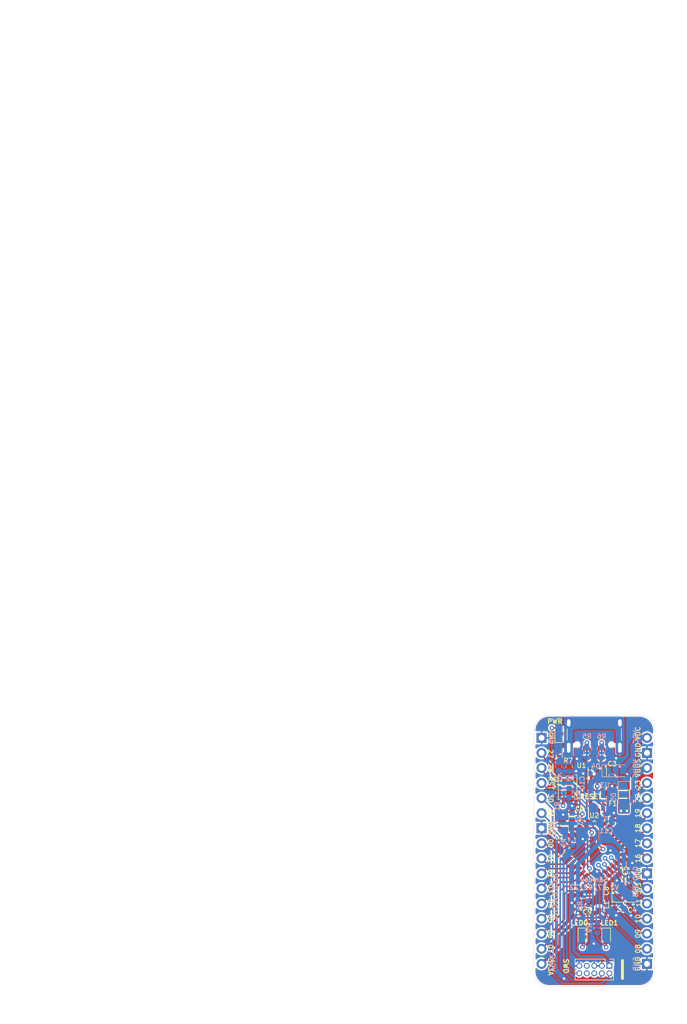
<source format=kicad_pcb>
(kicad_pcb (version 20211014) (generator pcbnew)
  (layers (0 "F.Cu" signal) (1 "In1.Cu" signal) (2 "In2.Cu" signal) (31 "B.Cu" signal) (34 "B.Paste" user) (35 "F.Paste" user) (36 "B.SilkS" user "B.Silkscreen") (37 "F.SilkS" user "F.Silkscreen") (38 "B.Mask" user) (39 "F.Mask" user) (44 "Edge.Cuts" user))
  (net 0 "")
  (net 1 "GND")
  (net 2 "SWDIO")
  (net 3 "SWCLK")
  (net 4 "+3V3")
  (net 5 "+3.3VA")
  (net 6 "/PA28")
  (net 7 "/PA27")
  (net 8 "USB_D+")
  (net 9 "USB_D-")
  (net 10 "/PA23")
  (net 11 "/PA22")
  (net 12 "/PA19")
  (net 13 "/PA18")
  (net 14 "/PA17")
  (net 15 "/PA16")
  (net 16 "VBUS")
  (net 17 "/PA11")
  (net 18 "/PA10")
  (net 19 "/PA09")
  (net 20 "/PA08")
  (net 21 "/PA07")
  (net 22 "/PA06")
  (net 23 "/PA05")
  (net 24 "/PA04")
  (net 25 "/PA03")
  (net 26 "/PA02")
  (net 27 "/PA01")
  (net 28 "/PA00")
  (net 29 "VDC")
  (net 30 "/SHIELD")
  (net 31 "VCC")
  (net 32 "/VDDCORE")
  (net 33 "/~{RESET}")
  (net 34 "Net-(C4-Pad1)")
  (net 35 "Net-(C5-Pad1)")
  (net 40 "Net-(J2-PadA5)")
  (net 42 "Net-(J2-PadB5)")
  (net 43 "Net-(R1-Pad1)")
  (net 45 "/ESD_USB_D-")
  (net 46 "/ESD_USB_D+")
  (net 47 "/VBUS_In")
  (net 48 "Net-(D1-Pad1)")
  (net 49 "Net-(D2-Pad2)")
  (net 50 "Net-(D3-Pad2)")
  (footprint "Connector_PinHeader_1.27mm:PinHeader_2x05_P1.27mm_Vertical" (layer "F.Cu") (at 92.55 139.875 -90)
    (fp_text reference "J1" hide)
    (fp_text value "Conn_ARM_JTAG_SWD_10")
  )
  (footprint "Package_QFP:TQFP-32_7x7mm_P0.8mm" (layer "F.Cu") (at 90 120.5 45)
    (fp_text reference "U2")
    (fp_text value "ATSAMD21E17D-A")
  )
  (footprint "Capacitor_SMD:C_0603_1608Metric" (layer "F.Cu") (at 86.25 114.75 -90)
    (fp_text reference "C6")
    (fp_text value "1u 16V")
  )
  (footprint "Connector_USB:USB_C_Receptacle_XKB_U262-16XN-4BVC11" (layer "F.Cu") (at 90 100 180)
    (fp_text reference "J2" hide)
    (fp_text value "USB_C_Receptacle_USB2.0")
  )
  (footprint "Package_TO_SOT_SMD:SOT-23-6" (layer "F.Cu") (at 90.5 107.25 90)
    (fp_text reference "U1")
    (fp_text value "USBLC6-2SC6")
  )
  (footprint "LED_SMD:LED_0603_1608Metric" (layer "F.Cu") (at 88 135 -90)
    (fp_text reference "D2" hide)
    (fp_text value "LED0")
  )
  (footprint "Capacitor_SMD:C_0603_1608Metric" (layer "F.Cu") (at 96.412033 124.282072 90)
    (fp_text reference "C5")
    (fp_text value "18p")
  )
  (footprint "Resistor_SMD:R_0603_1608Metric" (layer "F.Cu") (at 84.1 104.5 -90)
    (fp_text reference "R7")
    (fp_text value "2k2")
  )
  (footprint "Capacitor_SMD:C_0603_1608Metric" (layer "F.Cu") (at 90 127.25)
    (fp_text reference "C8")
    (fp_text value "100n")
  )
  (footprint "Button_Switch_SMD:SW_Push_SPST_NO_Alps_SKRK" (layer "F.Cu") (at 85.5 109.75 90)
    (fp_text reference "SW1" hide)
    (fp_text value "RESET")
  )
  (footprint "Capacitor_SMD:C_0805_2012Metric" (layer "F.Cu") (at 88.25 129.25 180)
    (fp_text reference "C9")
    (fp_text value "10u 16V")
  )
  (footprint "Resistor_SMD:R_1206_3216Metric" (layer "F.Cu") (at 95 111 90)
    (fp_text reference "F1")
    (fp_text value "750mA")
  )
  (footprint "LED_SMD:LED_0603_1608Metric" (layer "F.Cu") (at 84.1 100.75 90)
    (fp_text reference "D1" hide)
    (fp_text value "PWR")
  )
  (footprint "LED_SMD:LED_0603_1608Metric" (layer "F.Cu") (at 92 135 -90)
    (fp_text reference "D3" hide)
    (fp_text value "LED1")
  )
  (footprint "Inductor_SMD:L_0603_1608Metric" (layer "F.Cu") (at 90.75 129.75 90)
    (fp_text reference "L1")
    (fp_text value "330R @ 100MHz")
  )
  (footprint "Crystal:Crystal_SMD_3225-4Pin_3.2x2.5mm" (layer "F.Cu") (at 95 127.5)
    (fp_text reference "Y1")
    (fp_text value "8MHz")
  )
  (footprint "Capacitor_SMD:C_0603_1608Metric" (layer "F.Cu") (at 84.75 116.25 -90)
    (fp_text reference "C7")
    (fp_text value "100n")
  )
  (footprint "Capacitor_SMD:C_0603_1608Metric" (layer "F.Cu") (at 93 107.75 90)
    (fp_text reference "C3")
    (fp_text value "100n")
  )
  (footprint "Capacitor_SMD:C_0603_1608Metric" (layer "F.Cu") (at 94.25 130.25 180)
    (fp_text reference "C4")
    (fp_text value "18p")
  )
  (footprint "Capacitor_SMD:C_0603_1608Metric" (layer "B.Cu") (at 85.75 110.75 90)
    (fp_text reference "C2")
    (fp_text value "100n")
  )
  (footprint "Connector_PinHeader_2.54mm_More:PinHeader_1x01_P2.54mm_Vertical_Square" (layer "B.Cu") (at 98.89 103.99 180)
    (fp_text reference "J20" hide)
    (fp_text value "Conn_01x01_Male")
  )
  (footprint "Resistor_SMD:R_0603_1608Metric" (layer "B.Cu") (at 85.75 106.25 -90)
    (fp_text reference "R2")
    (fp_text value "1M")
  )
  (footprint "Resistor_SMD:R_0603_1608Metric" (layer "B.Cu") (at 86.25 118.75 -90)
    (fp_text reference "R4")
    (fp_text value "1k")
  )
  (footprint "Connector_PinHeader_2.54mm_More:PinHeader_1x01_P2.54mm_Vertical_Square" (layer "B.Cu") (at 81.11 101.45 180)
    (fp_text reference "J3" hide)
    (fp_text value "Conn_01x01_Male")
  )
  (footprint "Connector_PinHeader_2.54mm_More:PinHeader_1x01_P2.54mm_Vertical_Round" (layer "B.Cu") (at 98.89 129.39 180)
    (fp_text reference "J30" hide)
    (fp_text value "Conn_01x01_Male")
  )
  (footprint "Capacitor_SMD:C_0805_2012Metric" (layer "B.Cu") (at 92 115.5)
    (fp_text reference "C11")
    (fp_text value "10u 16V")
  )
  (footprint "Connector_PinHeader_2.54mm_More:PinHeader_1x01_P2.54mm_Vertical_Round" (layer "B.Cu") (at 81.11 131.93 180)
    (fp_text reference "J15" hide)
    (fp_text value "Conn_01x01_Male")
  )
  (footprint "Resistor_SMD:R_0603_1608Metric" (layer "B.Cu") (at 88.907934 129.75 -90)
    (fp_text reference "R8")
    (fp_text value "2k2")
  )
  (footprint "Connector_PinHeader_2.54mm_More:PinHeader_1x01_P2.54mm_Vertical_Round" (layer "B.Cu") (at 98.89 114.15 180)
    (fp_text reference "J24" hide)
    (fp_text value "Conn_01x01_Male")
  )
  (footprint "Connector_PinHeader_2.54mm_More:PinHeader_1x01_P2.54mm_Vertical_Round" (layer "B.Cu") (at 98.89 106.53 180)
    (fp_text reference "J21" hide)
    (fp_text value "Conn_01x01_Male")
  )
  (footprint "Connector_PinHeader_2.54mm_More:PinHeader_1x01_P2.54mm_Vertical_Round" (layer "B.Cu") (at 81.11 126.85 180)
    (fp_text reference "J13" hide)
    (fp_text value "Conn_01x01_Male")
  )
  (footprint "Connector_PinHeader_2.54mm_More:PinHeader_1x01_P2.54mm_Vertical_Square" (layer "B.Cu") (at 81.11 116.69 180)
    (fp_text reference "J9" hide)
    (fp_text value "Conn_01x01_Male")
  )
  (footprint "Connector_PinHeader_2.54mm_More:PinHeader_1x01_P2.54mm_Vertical_Round" (layer "B.Cu") (at 81.11 106.53 180)
    (fp_text reference "J5" hide)
    (fp_text value "Conn_01x01_Male")
  )
  (footprint "Connector_PinHeader_2.54mm_More:PinHeader_1x01_P2.54mm_Vertical_Round" (layer "B.Cu") (at 98.89 131.93 180)
    (fp_text reference "J31" hide)
    (fp_text value "Conn_01x01_Male")
  )
  (footprint "Capacitor_SMD:C_0603_1608Metric" (layer "B.Cu") (at 89.25 108.25 90)
    (fp_text reference "C10")
    (fp_text value "1u 16V")
  )
  (footprint "Connector_PinHeader_2.54mm_More:PinHeader_1x01_P2.54mm_Vertical_Round" (layer "B.Cu") (at 98.89 109.07 180)
    (fp_text reference "J22" hide)
    (fp_text value "Conn_01x01_Male")
  )
  (footprint "Resistor_SMD:R_0603_1608Metric" (layer "B.Cu") (at 86.25 115 90)
    (fp_text reference "R3")
    (fp_text value "2k2")
  )
  (footprint "Connector_PinHeader_2.54mm_More:PinHeader_1x01_P2.54mm_Vertical_Round" (layer "B.Cu") (at 81.11 111.61 180)
    (fp_text reference "J7" hide)
    (fp_text value "Conn_01x01_Male")
  )
  (footprint "Connector_PinHeader_2.54mm_More:PinHeader_1x01_P2.54mm_Vertical_Round" (layer "B.Cu") (at 98.89 116.69 180)
    (fp_text reference "J25" hide)
    (fp_text value "Conn_01x01_Male")
  )
  (footprint "Connector_PinHeader_2.54mm_More:PinHeader_1x01_P2.54mm_Vertical_Round" (layer "B.Cu") (at 98.89 119.23 180)
    (fp_text reference "J26" hide)
    (fp_text value "Conn_01x01_Male")
  )
  (footprint "Connector_PinHeader_2.54mm_More:PinHeader_1x01_P2.54mm_Vertical_Round" (layer "B.Cu") (at 81.11 139.55 180)
    (fp_text reference "J18" hide)
    (fp_text value "Conn_01x01_Male")
  )
  (footprint "Connector_PinHeader_2.54mm_More:PinHeader_1x01_P2.54mm_Vertical_Round" (layer "B.Cu") (at 98.89 134.47 180)
    (fp_text reference "J32" hide)
    (fp_text value "Conn_01x01_Male")
  )
  (footprint "Resistor_SMD:R_0603_1608Metric" (layer "B.Cu") (at 91.25 104 -90)
    (fp_text reference "R6")
    (fp_text value "5k1")
  )
  (footprint "Connector_PinHeader_2.54mm_More:PinHeader_1x01_P2.54mm_Vertical_Round" (layer "B.Cu") (at 81.11 137.01 180)
    (fp_text reference "J17" hide)
    (fp_text value "Conn_01x01_Male")
  )
  (footprint "Resistor_SMD:R_0603_1608Metric" (layer "B.Cu") (at 90.5 133.5 -90)
    (fp_text reference "R9")
    (fp_text value "2k2")
  )
  (footprint "Diode_SMD:D_SOD-123F" (layer "B.Cu") (at 95 111 -90)
    (fp_text reference "D5")
    (fp_text value "PMEG2010EH")
  )
  (footprint "Resistor_SMD:R_0603_1608Metric" (layer "B.Cu") (at 88.75 104 -90)
    (fp_text reference "R5")
    (fp_text value "5k1")
  )
  (footprint "Connector_PinHeader_2.54mm_More:PinHeader_1x01_P2.54mm_Vertical_Round" (layer "B.Cu") (at 81.11 103.99 180)
    (fp_text reference "J4" hide)
    (fp_text value "Conn_01x01_Male")
  )
  (footprint "Diode_SMD:D_SOD-123F" (layer "B.Cu") (at 93.5 107)
    (fp_text reference "D4")
    (fp_text value "PMEG2010EH")
  )
  (footprint "Connector_PinHeader_2.54mm_More:PinHeader_1x01_P2.54mm_Vertical_Round" (layer "B.Cu") (at 98.89 111.61 180)
    (fp_text reference "J23" hide)
    (fp_text value "Conn_01x01_Male")
  )
  (footprint "Connector_PinHeader_2.54mm_More:PinHeader_1x01_P2.54mm_Vertical_Round" (layer "B.Cu") (at 81.11 129.39 180)
    (fp_text reference "J14" hide)
    (fp_text value "Conn_01x01_Male")
  )
  (footprint "Package_TO_SOT_SMD:SOT-23-5" (layer "B.Cu") (at 90.5 112 -90)
    (fp_text reference "U3")
    (fp_text value "TLV73333PDBV")
  )
  (footprint "Connector_PinHeader_2.54mm_More:PinHeader_1x01_P2.54mm_Vertical_Round" (layer "B.Cu") (at 81.11 119.23 180)
    (fp_text reference "J10" hide)
    (fp_text value "Conn_01x01_Male")
  )
  (footprint "Capacitor_SMD:C_0603_1608Metric" (layer "B.Cu") (at 84 106.25 -90)
    (fp_text reference "C1")
    (fp_text value "4n7")
  )
  (footprint "Connector_PinHeader_2.54mm_More:PinHeader_1x01_P2.54mm_Vertical_Round" (layer "B.Cu") (at 81.11 109.07 180)
    (fp_text reference "J6" hide)
    (fp_text value "Conn_01x01_Male")
  )
  (footprint "Resistor_SMD:R_0603_1608Metric" (layer "B.Cu") (at 84 110.75 90)
    (fp_text reference "R1")
    (fp_text value "330R")
  )
  (footprint "Connector_PinHeader_2.54mm_More:PinHeader_1x01_P2.54mm_Vertical_Round" (layer "B.Cu") (at 81.11 114.15 180)
    (fp_text reference "J8" hide)
    (fp_text value "Conn_01x01_Male")
  )
  (footprint "Connector_PinHeader_2.54mm_More:PinHeader_1x01_P2.54mm_Vertical_Square" (layer "B.Cu") (at 98.89 139.55 180)
    (fp_text reference "J34" hide)
    (fp_text value "Conn_01x01_Male")
  )
  (footprint "Connector_PinHeader_2.54mm_More:PinHeader_1x01_P2.54mm_Vertical_Round" (layer "B.Cu") (at 81.11 134.47 180)
    (fp_text reference "J16" hide)
    (fp_text value "Conn_01x01_Male")
  )
  (footprint "Connector_PinHeader_2.54mm_More:PinHeader_1x01_P2.54mm_Vertical_Round" (layer "B.Cu") (at 81.11 121.77 180)
    (fp_text reference "J11" hide)
    (fp_text value "Conn_01x01_Male")
  )
  (footprint "Connector_PinHeader_2.54mm_More:PinHeader_1x01_P2.54mm_Vertical_Round" (layer "B.Cu") (at 98.89 101.45 180)
    (fp_text reference "J19" hide)
    (fp_text value "Conn_01x01_Male")
  )
  (footprint "Connector_PinHeader_2.54mm_More:PinHeader_1x01_P2.54mm_Vertical_Square" (layer "B.Cu") (at 98.89 124.31 180)
    (fp_text reference "J28" hide)
    (fp_text value "Conn_01x01_Male")
  )
  (footprint "Connector_PinHeader_2.54mm_More:PinHeader_1x01_P2.54mm_Vertical_Round" (layer "B.Cu") (at 98.89 137.01 180)
    (fp_text reference "J33" hide)
    (fp_text value "Conn_01x01_Male")
  )
  (footprint "Connector_PinHeader_2.54mm_More:PinHeader_1x01_P2.54mm_Vertical_Round" (layer "B.Cu") (at 81.11 124.31 180)
    (fp_text reference "J12" hide)
    (fp_text value "Conn_01x01_Male")
  )
  (footprint "Connector_PinHeader_2.54mm_More:PinHeader_1x01_P2.54mm_Vertical_Round" (layer "B.Cu") (at 98.89 126.85 180)
    (fp_text reference "J29" hide)
    (fp_text value "Conn_01x01_Male")
  )
  (footprint "Connector_PinHeader_2.54mm_More:PinHeader_1x01_P2.54mm_Vertical_Round" (layer "B.Cu") (at 98.89 121.77 180)
    (fp_text reference "J27" hide)
    (fp_text value "Conn_01x01_Male")
  )
  (gr_line (start 94.75 139) (end 94.75 142) (layer "F.SilkS") (width 0.5))
  (gr_line (start 79.84 140.82) (end 79.84 100.18) (layer "Edge.Cuts") (width 0.05))
  (gr_line (start 97.62 143.36) (end 82.38 143.36) (layer "Edge.Cuts") (width 0.05))
  (gr_arc (start 82.38 143.36) (mid 80.583949 142.616051) (end 79.84 140.82) (layer "Edge.Cuts") (width 0.05))
  (gr_line (start 82.38 97.64) (end 97.62 97.64) (layer "Edge.Cuts") (width 0.05))
  (gr_arc (start 100.16 140.82) (mid 99.416051 142.616051) (end 97.62 143.36) (layer "Edge.Cuts") (width 0.05))
  (gr_line (start 100.16 100.18) (end 100.16 140.82) (layer "Edge.Cuts") (width 0.05))
  (gr_arc (start 97.62 97.64) (mid 99.416051 98.383949) (end 100.16 100.18) (layer "Edge.Cuts") (width 0.05))
  (gr_arc (start 79.84 100.18) (mid 80.583949 98.383949) (end 82.38 97.64) (layer "Edge.Cuts") (width 0.05))
  (gr_text "Samdev\nV2 17/02/22" (at 90 126) (layer "B.SilkS") (effects (font (size 0.8 0.8) (thickness 0.18)) (justify mirror)))
  (gr_text "GND" (at 96.985 124.31 90) (layer "B.SilkS") (effects (font (size 0.8 0.8)) (justify mirror)))
  (gr_text "GND" (at 83.015 116.69 90) (layer "B.SilkS") (effects (font (size 0.8 0.8)) (justify mirror)))
  (gr_text "GND" (at 96.985 139.55 90) (layer "B.SilkS") (effects (font (size 0.8 0.8)) (justify mirror)))
  (gr_text "GND" (at 83.015 101.323 90) (layer "B.SilkS") (effects (font (size 0.8 0.8)) (justify mirror)))
  (gr_text "VDC" (at 96.985 101.323 90) (layer "B.SilkS") (effects (font (size 0.8 0.8)) (justify mirror)))
  (gr_text "3V3A" (at 83.015 139.423 90) (layer "B.SilkS") (effects (font (size 0.8 0.8)) (justify mirror)))
  (gr_text "3V3" (at 96.985 127.231 90) (layer "B.SilkS") (effects (font (size 0.8 0.8)) (justify mirror)))
  (gr_text "VBUS" (at 96.985 106.657 90) (layer "B.SilkS") (effects (font (size 0.8 0.8)) (justify mirror)))
  (gr_text "JLCJLCJLCJLC" (at 83.396 128.247 90) (layer "B.SilkS") (effects (font (size 0.8 0.8)) (justify mirror)))
  (gr_text "07" (at 82.634 137.01 270) (layer "F.SilkS") (effects (font (size 0.8 0.8))))
  (gr_text "18" (at 97.366 116.69 90) (layer "F.SilkS") (effects (font (size 0.8 0.8))))
  (gr_text "31" (at 82.634 114.15 -90) (layer "F.SilkS") (effects (font (size 0.8 0.8))))
  (gr_text "02" (at 82.634 124.31 270) (layer "F.SilkS") (effects (font (size 0.8 0.8))))
  (gr_text "11" (at 97.493 129.263 90) (layer "F.SilkS") (effects (font (size 0.7 0.7) (thickness 0.135))))
  (gr_text "LED0" (at 87.46 132.66) (layer "F.SilkS") (effects (font (size 0.8 0.8) (thickness 0.18))))
  (gr_text "GND" (at 97.493 124.31 90) (layer "F.SilkS") (effects (font (size 0.65 0.65) (thickness 0.13))))
  (gr_text "23" (at 97.366 109.324 90) (layer "F.SilkS") (effects (font (size 0.8 0.8))))
  (gr_text "06" (at 82.634 134.47 270) (layer "F.SilkS") (effects (font (size 0.8 0.8))))
  (gr_text "GND" (at 97.366 103.482 90) (layer "F.SilkS") (effects (font (size 0.8 0.8))))
  (gr_text "17" (at 97.366 119.23 90) (layer "F.SilkS") (effects (font (size 0.8 0.8))))
  (gr_text "28" (at 82.634 106.53 270) (layer "F.SilkS") (effects (font (size 0.8 0.8))))
  (gr_text "19" (at 97.366 114.15 90) (layer "F.SilkS") (effects (font (size 0.8 0.8))))
  (gr_text "SWD" (at 85.223604 139.915652 270) (layer "F.SilkS") (effects (font (size 0.8 0.8) (thickness 0.18))))
  (gr_text "27" (at 82.634 104.117 270) (layer "F.SilkS") (effects (font (size 0.8 0.8))))
  (gr_text "GND" (at 82.634 101.45 270) (layer "F.SilkS") (effects (font (size 0.65 0.65) (thickness 0.13))))
  (gr_text "LED1" (at 92.54 132.66) (layer "F.SilkS") (effects (font (size 0.8 0.8) (thickness 0.18))))
  (gr_text "30" (at 82.634 111.61 -90) (layer "F.SilkS") (effects (font (size 0.8 0.8))))
  (gr_text "~{RST}" (at 82.634 109.07 270) (layer "F.SilkS") (effects (font (size 0.8 0.8))))
  (gr_text "RESET" (at 89.41 111.36) (layer "F.SilkS") (effects (font (size 0.8 0.8) (thickness 0.18))))
  (gr_text "00" (at 82.634 119.23 270) (layer "F.SilkS") (effects (font (size 0.8 0.8))))
  (gr_text "04" (at 82.634 129.39 270) (layer "F.SilkS") (effects (font (size 0.8 0.8))))
  (gr_text "16" (at 97.366 121.77 90) (layer "F.SilkS") (effects (font (size 0.8 0.8))))
  (gr_text "01" (at 82.634 121.77 270) (layer "F.SilkS") (effects (font (size 0.8 0.8))))
  (gr_text "VBUS" (at 97.366 106.53 90) (layer "F.SilkS") (effects (font (size 0.8 0.8))))
  (gr_text "3V3" (at 97.493 126.85 90) (layer "F.SilkS") (effects (font (size 0.7 0.7) (thickness 0.135))))
  (gr_text "GND" (at 97.366 139.55 90) (layer "F.SilkS") (effects (font (size 0.8 0.8))))
  (gr_text "05" (at 82.634 131.93 270) (layer "F.SilkS") (effects (font (size 0.8 0.8))))
  (gr_text "22" (at 97.366 111.61 90) (layer "F.SilkS") (effects (font (size 0.8 0.8))))
  (gr_text "PWR" (at 83.362282 98.667974) (layer "F.SilkS") (effects (font (size 0.8 0.8) (thickness 0.18))))
  (gr_text "03" (at 82.634 126.85 270) (layer "F.SilkS") (effects (font (size 0.8 0.8))))
  (gr_text "VDC" (at 97.366 100.688 90) (layer "F.SilkS") (effects (font (size 0.8 0.8))))
  (gr_text "3V3A" (at 82.634 140.058 270) (layer "F.SilkS") (effects (font (size 0.8 0.8))))
  (gr_text "GND" (at 82.634 116.69 270) (layer "F.SilkS") (effects (font (size 0.8 0.8))))
  (gr_text "08" (at 97.366 137.01 90) (layer "F.SilkS") (effects (font (size 0.8 0.8))))
  (gr_text "10" (at 97.366 131.93 90) (layer "F.SilkS") (effects (font (size 0.8 0.8))))
  (gr_text "09" (at 97.366 134.47 90) (layer "F.SilkS") (effects (font (size 0.8 0.8))))
  (segment (start 90.502481 109.601205) (end 90.502481 108.389981) (width 0.4) (layer "F.Cu") (net 1))
  (segment (start 84.75 114.391214) (end 84.75 115.238648) (width 0.75) (layer "F.Cu") (net 1))
  (segment (start 93.696223 131.367193) (end 93.475 131.14597) (width 0.75) (layer "F.Cu") (net 1))
  (segment (start 96.1 128.769233) (end 96.1 128.35) (width 0.75) (layer "F.Cu") (net 1))
  (segment (start 88.362189 127.838494) (end 88.950683 127.25) (width 0.5) (layer "F.Cu") (net 1))
  (segment (start 90.656795 123.985222) (end 91.59099 124.919417) (width 0.5) (layer "F.Cu") (net 1))
  (segment (start 88.063962 117.998276) (end 87.277639 117.211953) (width 0.5) (layer "F.Cu") (net 1))
  (segment (start 93 109.6) (end 93 108.525) (width 0.5) (layer "F.Cu") (net 1))
  (segment (start 86.189362 129.266326) (end 86.205688 129.25) (width 0.5) (layer "F.Cu") (net 1))
  (segment (start 90.449806 123.985222) (end 90.656795 123.985222) (width 0.5) (layer "F.Cu") (net 1))
  (segment (start 96.588572 129.257805) (end 96.1 128.769233) (width 0.75) (layer "F.Cu") (net 1))
  (segment (start 86.25 112.925688) (end 86.25 113.975) (width 0.75) (layer "F.Cu") (net 1))
  (segment (start 96.408644 122.55558) (end 96.412033 122.558969) (width 0.75) (layer "F.Cu") (net 1))
  (segment (start 93.799712 125.511835) (end 93.799712 126.549712) (width 0.75) (layer "F.Cu") (net 1))
  (segment (start 81.11 116.69) (end 81.11 116.954229) (width 0.25) (layer "F.Cu") (net 1))
  (segment (start 86.205688 129.25) (end 87.3 129.25) (width 0.5) (layer "F.Cu") (net 1))
  (segment (start 86.256323 112.919365) (end 86.25 112.925688) (width 0.75) (layer "F.Cu") (net 1))
  (segment (start 93.799712 126.549712) (end 93.9 126.65) (width 0.75) (layer "F.Cu") (net 1))
  (segment (start 96.412033 122.558969) (end 96.412033 123.507072) (width 0.75) (layer "F.Cu") (net 1))
  (segment (start 93.475 131.14597) (end 93.475 130.25) (width 0.75) (layer "F.Cu") (net 1))
  (segment (start 88.950683 127.25) (end 89.225 127.25) (width 0.5) (layer "F.Cu") (net 1))
  (segment (start 88.063962 118.508605) (end 88.063962 117.998276) (width 0.5) (layer "F.Cu") (net 1))
  (segment (start 96.588572 129.520257) (end 96.588572 129.257805) (width 0.75) (layer "F.Cu") (net 1))
  (segment (start 84.746412 114.387626) (end 84.75 114.391214) (width 0.75) (layer "F.Cu") (net 1))
  (via (at 93.696223 131.367193) (size 0.8) (drill 0.4) (layers "F.Cu" "B.Cu") (net 1))
  (via (at 86.189362 129.266326) (size 0.8) (drill 0.4) (layers "F.Cu" "B.Cu") (net 1))
  (via (at 93.304479 114.120379) (size 0.8) (drill 0.4) (layers "F.Cu" "B.Cu") (net 1))
  (via (at 96.193102 131.393894) (size 0.8) (drill 0.4) (layers "F.Cu" "B.Cu") (net 1))
  (via (at 92.723064 120.448384) (size 0.8) (drill 0.4) (layers "F.Cu" "B.Cu") (net 1))
  (via (at 87.074602 104.980843) (size 0.8) (drill 0.4) (layers "F.Cu" "B.Cu") (net 1))
  (via (at 88.063962 118.508605) (size 0.8) (drill 0.4) (layers "F.Cu" "B.Cu") (net 1))
  (via (at 96.408644 122.55558) (size 0.8) (drill 0.4) (layers "F.Cu" "B.Cu") (net 1))
  (via (at 88.362189 127.838494) (size 0.8) (drill 0.4) (layers "F.Cu" "B.Cu") (net 1))
  (via (at 86.256323 112.919365) (size 0.8) (drill 0.4) (layers "F.Cu" "B.Cu") (net 1))
  (via (at 90.449806 123.985222) (size 0.8) (drill 0.4) (layers "F.Cu" "B.Cu") (net 1))
  (via (at 93.682066 104.880861) (size 0.8) (drill 0.4) (layers "F.Cu" "B.Cu") (net 1))
  (via (at 96.588572 129.520257) (size 0.8) (drill 0.4) (layers "F.Cu" "B.Cu") (net 1))
  (via (at 90.502481 109.601205) (size 0.8) (drill 0.4) (layers "F.Cu" "B.Cu") (net 1))
  (via (at 93 109.6) (size 0.8) (drill 0.4) (layers "F.Cu" "B.Cu") (net 1))
  (via (at 84.746412 114.387626) (size 0.8) (drill 0.4) (layers "F.Cu" "B.Cu") (net 1))
  (via (at 89.917307 136.127624) (size 0.8) (drill 0.4) (layers "F.Cu" "B.Cu") (net 1))
  (via (at 84.900944 142.032837) (size 0.8) (drill 0.4) (layers "F.Cu" "B.Cu") (net 1))
  (via (at 93.799712 125.511835) (size 0.8) (drill 0.4) (layers "F.Cu" "B.Cu") (net 1))
  (via (at 88.130882 107.472454) (size 0.8) (drill 0.4) (layers "F.Cu" "B.Cu") (net 1))
  (via (at 86.932317 107.07096) (size 0.8) (drill 0.4) (layers "F.Cu" "B.Cu") (net 1))
  (segment (start 84.299412 107.074412) (end 85.749412 107.074412) (width 0.5) (layer "B.Cu") (net 1))
  (segment (start 84.25 107.025) (end 84.299412 107.074412) (width 0.5) (layer "B.Cu") (net 1))
  (segment (start 86.437421 107.075) (end 85.75 107.075) (width 0.5) (layer "B.Cu") (net 1))
  (segment (start 93.304479 114.120379) (end 92.95 114.474858) (width 0.5) (layer "B.Cu") (net 1))
  (segment (start 86.441461 107.07096) (end 86.437421 107.075) (width 0.5) (layer "B.Cu") (net 1))
  (segment (start 90.502481 109.601205) (end 90.502481 110.860019) (width 0.4) (layer "B.Cu") (net 1))
  (segment (start 81.364 101.45) (end 81.11 101.45) (width 0.8128) (layer "B.Cu") (net 1))
  (segment (start 88.130882 107.472454) (end 88.997454 107.472454) (width 0.5) (layer "B.Cu") (net 1))
  (segment (start 86.932317 107.07096) (end 86.441461 107.07096) (width 0.5) (layer "B.Cu") (net 1))
  (segment (start 88.997454 107.472454) (end 89 107.475) (width 0.5) (layer "B.Cu") (net 1))
  (segment (start 90.502481 110.860019) (end 90.5 110.8625) (width 0.4) (layer "B.Cu") (net 1))
  (segment (start 88.746358 104.828642) (end 88.75 104.825) (width 0.5) (layer "B.Cu") (net 1))
  (segment (start 92.95 114.474858) (end 92.95 115.5) (width 0.5) (layer "B.Cu") (net 1))
  (segment (start 85.749412 107.074412) (end 85.75 107.075) (width 0.5) (layer "B.Cu") (net 1))
  (segment (start 85.014897 119.474695) (end 84.528586 118.988384) (width 0.25) (layer "F.Cu") (net 2))
  (segment (start 84.528586 118.988384) (end 84.311995 118.988384) (width 0.25) (layer "F.Cu") (net 2))
  (segment (start 82.430069 117.106458) (end 82.430069 115.470069) (width 0.25) (layer "F.Cu") (net 2))
  (segment (start 82.430069 115.470069) (end 81.11 114.15) (width 0.25) (layer "F.Cu") (net 2))
  (segment (start 84.770202 119.23) (end 85.014897 119.474695) (width 0.25) (layer "F.Cu") (net 2))
  (segment (start 84.311995 118.988384) (end 82.430069 117.106458) (width 0.25) (layer "F.Cu") (net 2))
  (segment (start 81.11 114.15) (end 82.424618 115.464618) (width 0.25) (layer "B.Cu") (net 2))
  (segment (start 92.55 141.579818) (end 92.55 141.145) (width 0.25) (layer "B.Cu") (net 2))
  (segment (start 84.588479 142.838479) (end 91.291339 142.838479) (width 0.25) (layer "B.Cu") (net 2))
  (segment (start 82.424618 115.464618) (end 82.424618 117.799228) (width 0.25) (layer "B.Cu") (net 2))
  (segment (start 83 141.25) (end 84.588479 142.838479) (width 0.25) (layer "B.Cu") (net 2))
  (segment (start 82.424618 117.799228) (end 83 118.37461) (width 0.25) (layer "B.Cu") (net 2))
  (segment (start 91.291339 142.838479) (end 92.55 141.579818) (width 0.25) (layer "B.Cu") (net 2))
  (segment (start 81.11 114.15) (end 81.11 114.709328) (width 0.25) (layer "B.Cu") (net 2))
  (segment (start 83 118.37461) (end 83 141.25) (width 0.25) (layer "B.Cu") (net 2))
  (segment (start 82.953761 116.816666) (end 82.953761 113.453761) (width 0.25) (layer "F.Cu") (net 3))
  (segment (start 82.953761 113.453761) (end 81.11 111.61) (width 0.25) (layer "F.Cu") (net 3))
  (segment (start 85.580583 118.90901) (end 84.762114 118.090541) (width 0.25) (layer "F.Cu") (net 3))
  (segment (start 84.762114 118.090541) (end 84.227636 118.090541) (width 0.25) (layer "F.Cu") (net 3))
  (segment (start 84.227636 118.090541) (end 82.953761 116.816666) (width 0.25) (layer "F.Cu") (net 3))
  (segment (start 83.002391 116.84154) (end 83.002391 113.502391) (width 0.25) (layer "B.Cu") (net 3))
  (segment (start 83.002391 113.502391) (end 81.11 111.61) (width 0.25) (layer "B.Cu") (net 3))
  (segment (start 86.25 119.575) (end 84.325 119.575) (width 0.25) (layer "B.Cu") (net 3))
  (segment (start 84.325 119.575) (end 84.25 119.5) (width 0.25) (layer "B.Cu") (net 3))
  (segment (start 84.25 119.5) (end 84.25 118.089149) (width 0.25) (layer "B.Cu") (net 3))
  (segment (start 84.25 118.089149) (end 83.002391 116.84154) (width 0.25) (layer "B.Cu") (net 3))
  (segment (start 90.640786 142.217799) (end 86.217799 142.217799) (width 0.25) (layer "B.Cu") (net 3))
  (segment (start 91.28 141.145) (end 91.28 141.578585) (width 0.25) (layer "B.Cu") (net 3))
  (segment (start 84.25 140.25) (end 84.25 119.5) (width 0.25) (layer "B.Cu") (net 3))
  (segment (start 91.28 141.578585) (end 90.640786 142.217799) (width 0.25) (layer "B.Cu") (net 3))
  (segment (start 86.217799 142.217799) (end 84.25 140.25) (width 0.25) (layer "B.Cu") (net 3))
  (segment (start 84.827944 117.025) (end 86.146268 118.343324) (width 0.5) (layer "F.Cu") (net 4))
  (segment (start 83.7995 116.235212) (end 84.589288 117.025) (width 0.6) (layer "F.Cu") (net 4))
  (segment (start 84.589288 117.025) (end 84.75 117.025) (width 0.6) (layer "F.Cu") (net 4))
  (segment (start 87.25 131) (end 90.2875 131) (width 0.75) (layer "F.Cu") (net 4))
  (segment (start 83.918681 99.781181) (end 84.1 99.9625) (width 0.25) (layer "F.Cu") (net 4))
  (segment (start 84.75 117.025) (end 84.827944 117.025) (width 0.5) (layer "F.Cu") (net 4))
  (segment (start 82.848103 99.781181) (end 83.918681 99.781181) (width 0.25) (layer "F.Cu") (net 4))
  (segment (start 90.2875 131) (end 90.75 130.5375) (width 0.75) (layer "F.Cu") (net 4))
  (via (at 87.25 131) (size 0.8) (drill 0.4) (layers "F.Cu" "B.Cu") (net 4))
  (via (at 83.7995 116.235212) (size 0.8) (drill 0.4) (layers "F.Cu" "B.Cu") (net 4))
  (via (at 82.848103 99.781181) (size 0.8) (drill 0.4) (layers "F.Cu" "B.Cu") (net 4))
  (segment (start 91.378274 138.347091) (end 92.55 139.518817) (width 0.5) (layer "B.Cu") (net 4))
  (segment (start 84.134712 115.9) (end 90.65 115.9) (width 0.6) (layer "B.Cu") (net 4))
  (segment (start 83.450234 108.454246) (end 86.449727 108.454246) (width 0.25) (layer "B.Cu") (net 4))
  (segment (start 92.55 139.518817) (end 92.55 139.875) (width 0.5) (layer "B.Cu") (net 4))
  (segment (start 91.167101 118.809371) (end 91.167101 115.617101) (width 0.75) (layer "B.Cu") (net 4))
  (segment (start 86.25 117.925) (end 86.25 115.825) (width 0.75) (layer "B.Cu") (net 4))
  (segment (start 82.848752 99.78183) (end 82.848752 107.852764) (width 0.25) (layer "B.Cu") (net 4))
  (segment (start 86.569377 131.680623) (end 86.569377 137.332708) (width 0.5) (layer "B.Cu") (net 4))
  (segment (start 98.89 126.85) (end 98.471154 126.85) (width 0.75) (layer "B.Cu") (net 4))
  (segment (start 87.25 131) (end 87.25 122.726472) (width 0.75) (layer "B.Cu") (net 4))
  (segment (start 94.992332 123.371178) (end 94.992332 120.485845) (width 0.75) (layer "B.Cu") (net 4))
  (segment (start 87.736227 109.740746) (end 87.736227 111.690578) (width 0.25) (layer "B.Cu") (net 4))
  (segment (start 86.449727 108.454246) (end 87.736227 109.740746) (width 0.25) (layer "B.Cu") (net 4))
  (segment (start 87.736227 111.690578) (end 89.183149 113.1375) (width 0.25) (layer "B.Cu") (net 4))
  (segment (start 91.190546 115.640546) (end 91.05 115.5) (width 0.75) (layer "B.Cu") (net 4))
  (segment (start 82.848752 107.852764) (end 83.450234 108.454246) (width 0.25) (layer "B.Cu") (net 4))
  (segment (start 89.183149 113.1375) (end 89.55 113.1375) (width 0.25) (layer "B.Cu") (net 4))
  (segment (start 90.65 115.9) (end 91.05 115.5) (width 0.6) (layer "B.Cu") (net 4))
  (segment (start 87.25 122.726472) (end 91.167101 118.809371) (width 0.75) (layer "B.Cu") (net 4))
  (segment (start 91.167101 115.617101) (end 91.05 115.5) (width 0.75) (layer "B.Cu") (net 4))
  (segment (start 91.190546 116.684059) (end 91.190546 115.640546) (width 0.75) (layer "B.Cu") (net 4))
  (segment (start 87.25 131) (end 86.569377 131.680623) (width 0.5) (layer "B.Cu") (net 4))
  (segment (start 82.848103 99.781181) (end 82.848752 99.78183) (width 0.25) (layer "B.Cu") (net 4))
  (segment (start 86.569377 137.332708) (end 87.58376 138.347091) (width 0.5) (layer "B.Cu") (net 4))
  (segment (start 94.992332 120.485845) (end 91.190546 116.684059) (width 0.75) (layer "B.Cu") (net 4))
  (segment (start 83.7995 116.235212) (end 84.134712 115.9) (width 0.6) (layer "B.Cu") (net 4))
  (segment (start 87.25 131) (end 87.25 131.25) (width 0.25) (layer "B.Cu") (net 4))
  (segment (start 98.471154 126.85) (end 94.992332 123.371178) (width 0.75) (layer "B.Cu") (net 4))
  (segment (start 87.58376 138.347091) (end 91.378274 138.347091) (width 0.5) (layer "B.Cu") (net 4))
  (segment (start 86.588778 132.411222) (end 91.001162 132.411222) (width 0.5) (layer "F.Cu") (net 5))
  (segment (start 81.11 139.55) (end 84.201829 136.458171) (width 0.5) (layer "F.Cu") (net 5))
  (segment (start 91.193527 128.9625) (end 90.75 128.9625) (width 0.5) (layer "F.Cu") (net 5))
  (segment (start 84.201829 136.458171) (end 84.201829 134.798171) (width 0.5) (layer "F.Cu") (net 5))
  (segment (start 91.978082 129.747055) (end 91.193527 128.9625) (width 0.5) (layer "F.Cu") (net 5))
  (segment (start 91.001162 132.411222) (end 91.978082 131.434302) (width 0.5) (layer "F.Cu") (net 5))
  (segment (start 84.201829 134.798171) (end 86.588778 132.411222) (width 0.5) (layer "F.Cu") (net 5))
  (segment (start 91.978082 131.434302) (end 91.978082 129.747055) (width 0.5) (layer "F.Cu") (net 5))
  (segment (start 87.566431 111.326356) (end 87.566431 113.283569) (width 0.25) (layer "F.Cu") (net 6))
  (segment (start 87.25 116.052944) (end 87.843324 116.646268) (width 0.25) (layer "F.Cu") (net 6))
  (segment (start 87.843324 116.863336) (end 87.843324 116.646268) (width 0.25) (layer "F.Cu") (net 6))
  (segment (start 84.181871 110) (end 86.240075 110) (width 0.25) (layer "F.Cu") (net 6))
  (segment (start 89.18008 123.455958) (end 88.862992 123.13887) (width 0.25) (layer "F.Cu") (net 6))
  (segment (start 81.11 106.928129) (end 81.475936 107.294064) (width 0.25) (layer "F.Cu") (net 6))
  (segment (start 88.862992 117.883004) (end 87.843324 116.863336) (width 0.25) (layer "F.Cu") (net 6))
  (segment (start 81.475936 107.294064) (end 84.181871 110) (width 0.25) (layer "F.Cu") (net 6))
  (segment (start 88.862992 123.13887) (end 88.862992 117.883004) (width 0.25) (layer "F.Cu") (net 6))
  (segment (start 87.25 113.6) (end 87.25 116.052944) (width 0.25) (layer "F.Cu") (net 6))
  (segment (start 81.11 106.53) (end 81.11 106.928128) (width 0.25) (layer "F.Cu") (net 6))
  (segment (start 81.11 106.928128) (end 81.475936 107.294064) (width 0.25) (layer "F.Cu") (net 6))
  (segment (start 87.566431 113.283569) (end 87.25 113.6) (width 0.25) (layer "F.Cu") (net 6))
  (segment (start 86.240075 110) (end 87.566431 111.326356) (width 0.25) (layer "F.Cu") (net 6))
  (via (at 89.18008 123.455958) (size 0.8) (drill 0.4) (layers "F.Cu" "B.Cu") (net 6))
  (segment (start 90.34328 132.51828) (end 90.5 132.675) (width 0.25) (layer "B.Cu") (net 6))
  (segment (start 89.18008 124.68008) (end 90.34328 125.84328) (width 0.25) (layer "B.Cu") (net 6))
  (segment (start 90.34328 125.84328) (end 90.34328 132.51828) (width 0.25) (layer "B.Cu") (net 6))
  (segment (start 89.18008 123.455958) (end 89.18008 124.68008) (width 0.25) (layer "B.Cu") (net 6))
  (segment (start 81.11 104.338192) (end 81.11 103.99) (width 0.25) (layer "F.Cu") (net 7))
  (segment (start 90.6 119.31057) (end 90.6 117.140202) (width 0.25) (layer "F.Cu") (net 7))
  (segment (start 86.597814 109.257358) (end 84.572398 109.257358) (width 0.25) (layer "F.Cu") (net 7))
  (segment (start 88.723344 115.263546) (end 88.723344 111.382888) (width 0.25) (layer "F.Cu") (net 7))
  (segment (start 90.6 117.140202) (end 88.974695 115.514897) (width 0.25) (layer "F.Cu") (net 7))
  (segment (start 88.723344 111.382888) (end 86.597814 109.257358) (width 0.25) (layer "F.Cu") (net 7))
  (segment (start 91.488102 120.198672) (end 90.6 119.31057) (width 0.25) (layer "F.Cu") (net 7))
  (segment (start 82.747407 107.432367) (end 82.747407 105.975599) (width 0.25) (layer "F.Cu") (net 7))
  (segment (start 84.572398 109.257358) (end 82.747407 107.432367) (width 0.25) (layer "F.Cu") (net 7))
  (segment (start 82.747407 105.975599) (end 81.11 104.338192) (width 0.25) (layer "F.Cu") (net 7))
  (segment (start 88.974695 115.514897) (end 88.723344 115.263546) (width 0.25) (layer "F.Cu") (net 7))
  (via (at 91.488102 120.198672) (size 0.8) (drill 0.4) (layers "F.Cu" "B.Cu") (net 7))
  (segment (start 88.19724 125.5828) (end 89.235307 126.620867) (width 0.25) (layer "B.Cu") (net 7))
  (segment (start 89.235307 128.597627) (end 88.907934 128.925) (width 0.25) (layer "B.Cu") (net 7))
  (segment (start 91.173766 120.198672) (end 88.19724 123.175198) (width 0.25) (layer "B.Cu") (net 7))
  (segment (start 91.488102 120.198672) (end 91.173766 120.198672) (width 0.25) (layer "B.Cu") (net 7))
  (segment (start 89.235307 126.620867) (end 89.235307 128.597627) (width 0.25) (layer "B.Cu") (net 7))
  (segment (start 88.19724 123.175198) (end 88.19724 125.5828) (width 0.25) (layer "B.Cu") (net 7))
  (segment (start 91.025305 115.514897) (end 91.695053 114.845149) (width 0.25) (layer "F.Cu") (net 8))
  (segment (start 90.30048 110.519413) (end 89.55 109.768933) (width 0.25) (layer "F.Cu") (net 8))
  (segment (start 91.695053 114.845149) (end 91.695053 113.197743) (width 0.25) (layer "F.Cu") (net 8))
  (segment (start 90.30048 111.803169) (end 90.30048 110.519413) (width 0.25) (layer "F.Cu") (net 8))
  (segment (start 89.55 109.768933) (end 89.55 108.6375) (width 0.25) (layer "F.Cu") (net 8))
  (segment (start 91.695053 113.197743) (end 90.30048 111.803169) (width 0.25) (layer "F.Cu") (net 8))
  (segment (start 90.75 110.5) (end 91.45 109.8) (width 0.25) (layer "F.Cu") (net 9))
  (segment (start 92.144573 115.527) (end 92.144573 113.011545) (width 0.25) (layer "F.Cu") (net 9))
  (segment (start 92.144573 113.011545) (end 90.75 111.616972) (width 0.25) (layer "F.Cu") (net 9))
  (segment (start 91.59099 116.080583) (end 92.144573 115.527) (width 0.25) (layer "F.Cu") (net 9))
  (segment (start 90.75 111.616972) (end 90.75 110.5) (width 0.25) (layer "F.Cu") (net 9))
  (segment (start 91.45 109.8) (end 91.45 108.6375) (width 0.25) (layer "F.Cu") (net 9))
  (segment (start 96.890671 114.506324) (end 96.890671 111.069329) (width 0.25) (layer "F.Cu") (net 10))
  (segment (start 96.146995 115.25) (end 96.890671 114.506324) (width 0.25) (layer "F.Cu") (net 10))
  (segment (start 96.890671 111.069329) (end 98.89 109.07) (width 0.25) (layer "F.Cu") (net 10))
  (segment (start 92.156676 116.646268) (end 93.552944 115.25) (width 0.25) (layer "F.Cu") (net 10))
  (segment (start 93.552944 115.25) (end 96.146995 115.25) (width 0.25) (layer "F.Cu") (net 10))
  (segment (start 97.540763 112.959237) (end 98.89 111.61) (width 0.25) (layer "F.Cu") (net 11))
  (segment (start 93.934314 116) (end 96.468474 116) (width 0.25) (layer "F.Cu") (net 11))
  (segment (start 96.468474 116) (end 97.540763 114.927711) (width 0.25) (layer "F.Cu") (net 11))
  (segment (start 97.540763 114.927711) (end 97.540763 112.959237) (width 0.25) (layer "F.Cu") (net 11))
  (segment (start 92.722361 117.211953) (end 93.934314 116) (width 0.25) (layer "F.Cu") (net 11))
  (segment (start 96.75 116.75) (end 94.315686 116.75) (width 0.25) (layer "F.Cu") (net 12))
  (segment (start 94.315686 116.75) (end 93.288047 117.777639) (width 0.25) (layer "F.Cu") (net 12))
  (segment (start 98.89 114.61) (end 96.75 116.75) (width 0.25) (layer "F.Cu") (net 12))
  (segment (start 98.89 114.15) (end 98.89 114.61) (width 0.25) (layer "F.Cu") (net 12))
  (segment (start 93.853732 118.343324) (end 94.697056 117.5) (width 0.25) (layer "F.Cu") (net 13))
  (segment (start 98.08 117.5) (end 98.89 116.69) (width 0.25) (layer "F.Cu") (net 13))
  (segment (start 94.697056 117.5) (end 98.08 117.5) (width 0.25) (layer "F.Cu") (net 13))
  (segment (start 98.89 119.23) (end 97.91 118.25) (width 0.25) (layer "F.Cu") (net 14))
  (segment (start 97.91 118.25) (end 95.078427 118.25) (width 0.25) (layer "F.Cu") (net 14))
  (segment (start 95.078427 118.25) (end 94.419417 118.90901) (width 0.25) (layer "F.Cu") (net 14))
  (segment (start 95.237568 119.22223) (end 96.34223 119.22223) (width 0.25) (layer "F.Cu") (net 15))
  (segment (start 96.34223 119.22223) (end 98.89 121.77) (width 0.25) (layer "F.Cu") (net 15))
  (segment (start 94.985103 119.474695) (end 95.237568 119.22223) (width 0.25) (layer "F.Cu") (net 15))
  (via (at 95.5 113.75) (size 0.8) (drill 0.4) (layers "F.Cu" "B.Cu") (net 16))
  (via (at 94.5 113.75) (size 0.8) (drill 0.4) (layers "F.Cu" "B.Cu") (net 16))
  (segment (start 96.825991 111.074009) (end 96.825991 108.101112) (width 1) (layer "B.Cu") (net 16))
  (segment (start 95.5 112.4) (end 96.825991 111.074009) (width 1) (layer "B.Cu") (net 16))
  (segment (start 96.825991 108.101112) (end 98.397103 106.53) (width 1) (layer "B.Cu") (net 16))
  (segment (start 98.397103 106.53) (end 98.89 106.53) (width 1) (layer "B.Cu") (net 16))
  (segment (start 95 112.4) (end 95.5 112.4) (width 1) (layer "B.Cu") (net 16))
  (segment (start 93.853732 122.64805) (end 93.853732 122.656676) (width 0.25) (layer "F.Cu") (net 17))
  (segment (start 92.857617 121.651935) (end 93.853732 122.64805) (width 0.25) (layer "F.Cu") (net 17))
  (via (at 92.857617 121.651935) (size 0.8) (drill 0.4) (layers "F.Cu" "B.Cu") (net 17))
  (segment (start 98.89 129.39) (end 93.5 124) (width 0.25) (layer "B.Cu") (net 17))
  (segment (start 93.5 124) (end 93.5 122.294318) (width 0.25) (layer "B.Cu") (net 17))
  (segment (start 93.5 122.294318) (end 92.857617 121.651935) (width 0.25) (layer "B.Cu") (net 17))
  (segment (start 91.811348 121.745331) (end 91.811348 121.745662) (width 0.25) (layer "F.Cu") (net 18))
  (segment (start 91.811348 121.745662) (end 93.288047 123.222361) (width 0.25) (layer "F.Cu") (net 18))
  (via (at 91.811348 121.745331) (size 0.8) (drill 0.4) (layers "F.Cu" "B.Cu") (net 18))
  (segment (start 92.845695 122.779678) (end 91.811348 121.745331) (width 0.25) (layer "B.Cu") (net 18))
  (segment (start 98.89 131.93) (end 97.864006 131.93) (width 0.25) (layer "B.Cu") (net 18))
  (segment (start 92.845695 126.911689) (end 92.845695 122.779678) (width 0.25) (layer "B.Cu") (net 18))
  (segment (start 97.864006 131.93) (end 92.845695 126.911689) (width 0.25) (layer "B.Cu") (net 18))
  (segment (start 91.705559 122.771245) (end 92.722361 123.788047) (width 0.25) (layer "F.Cu") (net 19))
  (segment (start 91.699513 122.771245) (end 91.705559 122.771245) (width 0.25) (layer "F.Cu") (net 19))
  (via (at 91.699513 122.771245) (size 0.8) (drill 0.4) (layers "F.Cu" "B.Cu") (net 19))
  (segment (start 92.157979 123.229711) (end 92.157979 128.504964) (width 0.25) (layer "B.Cu") (net 19))
  (segment (start 92.157979 128.504964) (end 98.123015 134.47) (width 0.25) (layer "B.Cu") (net 19))
  (segment (start 98.123015 134.47) (end 98.89 134.47) (width 0.25) (layer "B.Cu") (net 19))
  (segment (start 91.699513 122.771245) (end 92.157979 123.229711) (width 0.25) (layer "B.Cu") (net 19))
  (segment (start 90.70159 122.898646) (end 92.156676 124.353732) (width 0.25) (layer "F.Cu") (net 20))
  (segment (start 98.89 137.01) (end 98.382 137.518) (width 0.3048) (layer "F.Cu") (net 20))
  (segment (start 90.70018 122.898646) (end 90.70159 122.898646) (width 0.25) (layer "F.Cu") (net 20))
  (via (at 90.70018 122.898646) (size 0.8) (drill 0.4) (layers "F.Cu" "B.Cu") (net 20))
  (segment (start 91.423373 130.813373) (end 91.423373 123.621839) (width 0.25) (layer "B.Cu") (net 20))
  (segment (start 98.89 137.01) (end 97.62 137.01) (width 0.25) (layer "B.Cu") (net 20))
  (segment (start 97.62 137.01) (end 91.423373 130.813373) (width 0.25) (layer "B.Cu") (net 20))
  (segment (start 91.423373 123.621839) (end 90.70018 122.898646) (width 0.25) (layer "B.Cu") (net 20))
  (segment (start 83 135.12) (end 83 134) (width 0.25) (layer "F.Cu") (net 21))
  (segment (start 83 134) (end 85 132) (width 0.25) (layer "F.Cu") (net 21))
  (segment (start 87.209798 127.25) (end 88.974695 125.485103) (width 0.25) (layer "F.Cu") (net 21))
  (segment (start 85.5 127.25) (end 87.209798 127.25) (width 0.25) (layer "F.Cu") (net 21))
  (segment (start 81.11 137.01) (end 83 135.12) (width 0.25) (layer "F.Cu") (net 21))
  (segment (start 85 132) (end 85 127.75) (width 0.25) (layer "F.Cu") (net 21))
  (segment (start 85 127.75) (end 85.5 127.25) (width 0.25) (layer "F.Cu") (net 21))
  (segment (start 85 126.5) (end 86.828427 126.5) (width 0.25) (layer "F.Cu") (net 22))
  (segment (start 84.25 131.33) (end 84.25 127.25) (width 0.25) (layer "F.Cu") (net 22))
  (segment (start 81.11 134.47) (end 84.25 131.33) (width 0.25) (layer "F.Cu") (net 22))
  (segment (start 86.828427 126.5) (end 88.40901 124.919417) (width 0.25) (layer "F.Cu") (net 22))
  (segment (start 84.25 127.25) (end 85 126.5) (width 0.25) (layer "F.Cu") (net 22))
  (segment (start 83.5 129.54) (end 83.5 126.75) (width 0.25) (layer "F.Cu") (net 23))
  (segment (start 81.11 131.93) (end 83.5 129.54) (width 0.25) (layer "F.Cu") (net 23))
  (segment (start 87.843324 124.406676) (end 87.843324 124.353732) (width 0.25) (layer "F.Cu") (net 23))
  (segment (start 86.5 125.75) (end 87.843324 124.406676) (width 0.25) (layer "F.Cu") (net 23))
  (segment (start 83.5 126.75) (end 84.5 125.75) (width 0.25) (layer "F.Cu") (net 23))
  (segment (start 84.5 125.75) (end 86.5 125.75) (width 0.25) (layer "F.Cu") (net 23))
  (segment (start 82.75 127.75) (end 82.75 126.25) (width 0.25) (layer "F.Cu") (net 24))
  (segment (start 81.11 129.39) (end 82.75 127.75) (width 0.25) (layer "F.Cu") (net 24))
  (segment (start 84 125) (end 86.065686 125) (width 0.25) (layer "F.Cu") (net 24))
  (segment (start 86.065686 125) (end 87.277639 123.788047) (width 0.25) (layer "F.Cu") (net 24))
  (segment (start 82.75 126.25) (end 84 125) (width 0.25) (layer "F.Cu") (net 24))
  (segment (start 81.11 126.64) (end 81.11 126.85) (width 0.25) (layer "F.Cu") (net 25))
  (segment (start 83.5 124.25) (end 81.11 126.64) (width 0.25) (layer "F.Cu") (net 25))
  (segment (start 85.684314 124.25) (end 83.5 124.25) (width 0.25) (layer "F.Cu") (net 25))
  (segment (start 86.711953 123.222361) (end 85.684314 124.25) (width 0.25) (layer "F.Cu") (net 25))
  (segment (start 81.92 123.5) (end 85.302944 123.5) (width 0.25) (layer "F.Cu") (net 26))
  (segment (start 85.302944 123.5) (end 86.146268 122.656676) (width 0.25) (layer "F.Cu") (net 26))
  (segment (start 81.11 124.31) (end 81.92 123.5) (width 0.25) (layer "F.Cu") (net 26))
  (segment (start 81.132585 121.792585) (end 81.11 121.77) (width 0.25) (layer "F.Cu") (net 27))
  (segment (start 84.921573 122.75) (end 82.09 122.75) (width 0.25) (layer "F.Cu") (net 27))
  (segment (start 82.09 122.75) (end 81.11 121.77) (width 0.25) (layer "F.Cu") (net 27))
  (segment (start 85.580583 122.09099) (end 84.921573 122.75) (width 0.25) (layer "F.Cu") (net 27))
  (segment (start 84.328892 121.78983) (end 81.769062 119.23) (width 0.25) (layer "F.Cu") (net 28))
  (segment (start 81.769062 119.23) (end 81.11 119.23) (width 0.25) (layer "F.Cu") (net 28))
  (segment (start 85.014897 121.525305) (end 84.747617 121.792585) (width 0.25) (layer "F.Cu") (net 28))
  (segment (start 85.014897 121.525305) (end 84.750372 121.78983) (width 0.25) (layer "F.Cu") (net 28))
  (segment (start 84.750372 121.78983) (end 84.328892 121.78983) (width 0.25) (layer "F.Cu") (net 28))
  (segment (start 98.89 101.45) (end 97.8 101.45) (width 1) (layer "B.Cu") (net 29))
  (segment (start 94.9 106.536004) (end 94.9 107) (width 1) (layer "B.Cu") (net 29))
  (segment (start 97.8 101.45) (end 96.599022 102.650978) (width 1) (layer "B.Cu") (net 29))
  (segment (start 96.599022 104.836982) (end 94.9 106.536004) (width 1) (layer "B.Cu") (net 29))
  (segment (start 96.599022 102.650978) (end 96.599022 104.836982) (width 1) (layer "B.Cu") (net 29))
  (segment (start 87.857222 114.441622) (end 87.857222 115.528795) (width 0.25) (layer "F.Cu") (net 33))
  (segment (start 87.857222 115.528795) (end 88.40901 116.080583) (width 0.25) (layer "F.Cu") (net 33))
  (segment (start 87.998844 114.3) (end 87.857222 114.441622) (width 0.25) (layer "F.Cu") (net 33))
  (segment (start 89.550708 117.222281) (end 88.40901 116.080583) (width 0.25) (layer "F.Cu") (net 33))
  (segment (start 89.550708 117.440156) (end 89.550708 117.222281) (width 0.25) (layer "F.Cu") (net 33))
  (via (at 87.998844 114.3) (size 0.8) (drill 0.4) (layers "F.Cu" "B.Cu") (net 33))
  (via (at 89.550708 117.440156) (size 0.8) (drill 0.4) (layers "F.Cu" "B.Cu") (net 33))
  (segment (start 86.645 141.145) (end 87.47 141.145) (width 0.25) (layer "B.Cu") (net 33))
  (segment (start 85.7 109.925) (end 85.75 109.975) (width 0.25) (layer "B.Cu") (net 33))
  (segment (start 87.998844 114.3) (end 86.375 114.3) (width 0.25) (layer "B.Cu") (net 33))
  (segment (start 84 110.175) (end 83.73414 109.90914) (width 0.25) (layer "B.Cu") (net 33))
  (segment (start 83.73414 109.90914) (end 81.94914 109.90914) (width 0.25) (layer "B.Cu") (net 33))
  (segment (start 87.998844 114.3) (end 87.983203 114.284359) (width 0.25) (layer "B.Cu") (net 33))
  (segment (start 86.636922 110.861922) (end 85.75 109.975) (width 0.25) (layer "B.Cu") (net 33))
  (segment (start 86.375 114.3) (end 86.25 114.175) (width 0.25) (layer "B.Cu") (net 33))
  (segment (start 81.94914 109.90914) (end 81.11 109.07) (width 0.25) (layer "B.Cu") (net 33))
  (segment (start 89.550708 118.449292) (end 85.372704 122.627296) (width 0.25) (layer "B.Cu") (net 33))
  (segment (start 84 109.925) (end 85.7 109.925) (width 0.25) (layer "B.Cu") (net 33))
  (segment (start 85.372704 139.872704) (end 86.645 141.145) (width 0.25) (layer "B.Cu") (net 33))
  (segment (start 87.998844 114.3) (end 87.998844 113.453749) (width 0.25) (layer "B.Cu") (net 33))
  (segment (start 85.372704 122.627296) (end 85.372704 139.872704) (width 0.25) (layer "B.Cu") (net 33))
  (segment (start 86.636922 112.091827) (end 86.636922 110.861922) (width 0.25) (layer "B.Cu") (net 33))
  (segment (start 87.998844 113.453749) (end 86.636922 112.091827) (width 0.25) (layer "B.Cu") (net 33))
  (segment (start 89.550708 117.440156) (end 89.550708 118.449292) (width 0.25) (layer "B.Cu") (net 33))
  (segment (start 94.149022 128.35) (end 93.9 128.35) (width 0.25) (layer "F.Cu") (net 34))
  (segment (start 94.701306 129.135014) (end 94.701306 129.926306) (width 0.25) (layer "F.Cu") (net 34))
  (segment (start 95 122.671573) (end 95 127.499022) (width 0.25) (layer "F.Cu") (net 34))
  (segment (start 95 127.499022) (end 94.149022 128.35) (width 0.25) (layer "F.Cu") (net 34))
  (segment (start 94.419417 122.09099) (end 95 122.671573) (width 0.25) (layer "F.Cu") (net 34))
  (segment (start 93.9 128.35) (end 93.916292 128.35) (width 0.25) (layer "F.Cu") (net 34))
  (segment (start 93.916292 128.35) (end 94.701306 129.135014) (width 0.25) (layer "F.Cu") (net 34))
  (segment (start 94.701306 129.926306) (end 95.025 130.25) (width 0.25) (layer "F.Cu") (net 34))
  (segment (start 96.5 126.25) (end 96.5 124.775) (width 0.25) (layer "F.Cu") (net 35))
  (segment (start 96.1 126.65) (end 96.5 126.25) (width 0.25) (layer "F.Cu") (net 35))
  (segment (start 95.585077 126.135077) (end 95.585077 122.125279) (width 0.25) (layer "F.Cu") (net 35))
  (segment (start 95.585077 122.125279) (end 94.985103 121.525305) (width 0.25) (layer "F.Cu") (net 35))
  (segment (start 96.1 126.65) (end 95.585077 126.135077) (width 0.25) (layer "F.Cu") (net 35))
  (segment (start 91.25 102.25) (end 91.25 103.67) (width 0.25) (layer "F.Cu") (net 40))
  (via (at 91.25 102.25) (size 0.8) (drill 0.4) (layers "F.Cu" "B.Cu") (net 40))
  (segment (start 91.25 103.175) (end 91.25 102.25) (width 0.75) (layer "B.Cu") (net 40))
  (segment (start 88.75 102.25) (end 88.75 102.411313) (width 0.25) (layer "F.Cu") (net 42))
  (segment (start 88.25 102.911313) (end 88.25 103.67) (width 0.25) (layer "F.Cu") (net 42))
  (segment (start 88.75 102.411313) (end 88.25 102.911313) (width 0.25) (layer "F.Cu") (net 42))
  (via (at 88.75 102.25) (size 0.8) (drill 0.4) (layers "F.Cu" "B.Cu") (net 42))
  (segment (start 88.75 103.175) (end 88.75 102.25) (width 0.75) (layer "B.Cu") (net 42))
  (segment (start 84.759759 112.872963) (end 84.759759 112.222531) (width 0.5) (layer "F.Cu") (net 43))
  (segment (start 84.759759 112.222531) (end 85.13229 111.85) (width 0.5) (layer "F.Cu") (net 43))
  (segment (start 84.736639 112.896083) (end 84.759759 112.872963) (width 0.5) (layer "F.Cu") (net 43))
  (segment (start 85.13229 111.85) (end 85.5 111.85) (width 0.5) (layer "F.Cu") (net 43))
  (via (at 84.736639 112.896083) (size 0.8) (drill 0.4) (layers "F.Cu" "B.Cu") (net 43))
  (segment (start 84 111.575) (end 84 112.159444) (width 0.25) (layer "B.Cu") (net 43))
  (segment (start 84 112.159444) (end 84.736639 112.896083) (width 0.25) (layer "B.Cu") (net 43))
  (segment (start 90.75 103.67) (end 90.75 105) (width 0.25) (layer "F.Cu") (net 45))
  (segment (start 90.75 105) (end 91.45 105.7) (width 0.25) (layer "F.Cu") (net 45))
  (segment (start 91.45 105.7) (end 91.45 106.3625) (width 0.25) (layer "F.Cu") (net 45))
  (segment (start 90.55 102.75) (end 89.95 102.75) (width 0.25) (layer "F.Cu") (net 45))
  (segment (start 89.95 102.75) (end 89.75 102.95) (width 0.25) (layer "F.Cu") (net 45))
  (segment (start 90.75 103.67) (end 90.75 102.95) (width 0.25) (layer "F.Cu") (net 45))
  (segment (start 89.75 102.95) (end 89.75 103.67) (width 0.25) (layer "F.Cu") (net 45))
  (segment (start 89.725001 103.694999) (end 89.75 103.67) (width 0.25) (layer "F.Cu") (net 45))
  (segment (start 90.75 102.95) (end 90.55 102.75) (width 0.25) (layer "F.Cu") (net 45))
  (segment (start 90.241875 104.4006) (end 90.046373 104.596102) (width 0.25) (layer "F.Cu") (net 46))
  (segment (start 90.241875 103.678125) (end 90.25 103.67) (width 0.25) (layer "F.Cu") (net 46))
  (segment (start 90.241875 105.008125) (end 89.55 105.7) (width 0.25) (layer "F.Cu") (net 46))
  (segment (start 89.274999 103.694999) (end 89.25 103.67) (width 0.25) (layer "F.Cu") (net 46))
  (segment (start 90.046373 104.596102) (end 89.454307 104.596102) (width 0.25) (layer "F.Cu") (net 46))
  (segment (start 90.241875 104.4006) (end 90.241875 103.678125) (width 0.25) (layer "F.Cu") (net 46))
  (segment (start 90.241875 104.4006) (end 90.241875 105.008125) (width 0.25) (layer "F.Cu") (net 46))
  (segment (start 89.55 105.7) (end 89.55 106.3625) (width 0.25) (layer "F.Cu") (net 46))
  (segment (start 89.25 104.391795) (end 89.25 103.67) (width 0.25) (layer "F.Cu") (net 46))
  (segment (start 89.454307 104.596102) (end 89.25 104.391795) (width 0.25) (layer "F.Cu") (net 46))
  (segment (start 84 102.0375) (end 84 103.675) (width 0.25) (layer "F.Cu") (net 48))
  (segment (start 88 136.75) (end 88 135.7875) (width 0.25) (layer "F.Cu") (net 49))
  (via (at 88 136.75) (size 0.8) (drill 0.4) (layers "F.Cu" "B.Cu") (net 49))
  (segment (start 88.907934 135.842066) (end 88.907934 130.828482) (width 0.25) (layer "B.Cu") (net 49))
  (segment (start 88 136.75) (end 88.907934 135.842066) (width 0.25) (layer "B.Cu") (net 49))
  (segment (start 92 136.75) (end 92 135.7875) (width 0.25) (layer "F.Cu") (net 50))
  (via (at 92 136.75) (size 0.8) (drill 0.4) (layers "F.Cu" "B.Cu") (net 50))
  (segment (start 92 136.75) (end 90.5 135.25) (width 0.25) (layer "B.Cu") (net 50))
  (segment (start 90.5 135.25) (end 90.5 134.325) (width 0.25) (layer "B.Cu") (net 50))
  (zone (net 5) (net_name "+3.3VA") (layer "F.Cu") (name "3.3VA_POLY") (priority 1) (connect_pads yes (clearance 0.2)) (min_thickness 0.254) (fill yes (thermal_gap 0.254) (thermal_bridge_width 0.254) (smoothing fillet) (radius 0.2))
    (polygon (pts (xy 91.9 125.8) (xy 91.4 126.3) (xy 91.4 129.5) (xy 90.3 129.5) (xy 89.8 130) (xy 88.7 130) (xy 88.7 128.5) (xy 89.6 128.5) (xy 90.2 127.9) (xy 90.2 125.1) (xy 90.7 124.6)))
  )
  (zone (net 16) (net_name "VBUS") (layer "F.Cu") (name "VBUS_Fuse") (priority 1) (connect_pads yes (clearance 0.2)) (min_thickness 0.2) (fill yes (thermal_gap 0.254) (thermal_bridge_width 0.254) (smoothing fillet) (radius 0.25))
    (polygon (pts (xy 96 114.25) (xy 94 114.25) (xy 94 111.75) (xy 96 111.75)))
  )
  (zone (net 0) (net_name "") (layer "F.Cu") (name "USB_CLEARANCE") (connect_pads (clearance 0)) (min_thickness 0.254)
    (keepout (tracks allowed) (vias allowed) (pads allowed) (copperpour not_allowed) (footprints allowed))
    (fill (thermal_gap 0.508) (thermal_bridge_width 0.508))
    (polygon (pts (xy 92.15 110.1) (xy 91.55 110.7) (xy 91.55 111.2) (xy 92.85 112.6) (xy 92.85 115.4) (xy 91.25 117) (xy 89.9 115.65) (xy 91 114.6) (xy 91 113.5) (xy 89.65 112.25) (xy 89.65 110.95) (xy 88.9 110.05) (xy 88.9 104.5) (xy 90.05 104.5) (xy 90.05 107.55) (xy 92.15 107.55)))
  )
  (zone (net 32) (net_name "/VDDCORE") (layer "F.Cu") (name "VDDCORE_POLY") (priority 1) (connect_pads yes (clearance 0.2)) (min_thickness 0.254) (fill yes (thermal_gap 0.254) (thermal_bridge_width 0.254) (smoothing fillet) (radius 0.1))
    (polygon (pts (xy 86.8 116) (xy 86.3 116.5) (xy 86.3 116.9) (xy 87.55 118.15) (xy 87.1 118.6) (xy 85.7 117.15) (xy 85.7 115) (xy 86.8 115)))
  )
  (zone (net 47) (net_name "/VBUS_In") (layer "F.Cu") (name "VBUS_In_ESD") (priority 1) (connect_pads yes (clearance 0.2)) (min_thickness 0.254) (fill yes (thermal_gap 0.508) (thermal_bridge_width 0.508) (smoothing fillet) (radius 0.2))
    (polygon (pts (xy 92.7 104.9) (xy 96 108.2) (xy 96 110.2) (xy 94 110.2) (xy 94 108.1) (xy 93.4 107.5) (xy 90.2 107.5) (xy 90.2 105.4) (xy 90.8 105.4) (xy 90.8 106.7) (xy 91.1 107) (xy 91.8 107) (xy 92.1 106.7) (xy 92.1 105) (xy 92.1 103.1) (xy 92.7 103.1)))
  )
  (zone (net 1) (net_name "GND") (layer "F.Cu") (name "USB_GND_2") (priority 1) (connect_pads yes (clearance 0.2)) (min_thickness 0.254) (fill yes (thermal_gap 0.254) (thermal_bridge_width 0.254) (smoothing fillet) (radius 0.5))
    (polygon (pts (xy 87.1 104.4) (xy 87.5 104.8) (xy 87.5 105.2) (xy 87.3 105.4) (xy 86.9 105.4) (xy 86.5 105) (xy 86.5 103.386885) (xy 87.1 103.386885)))
  )
  (zone (net 47) (net_name "/VBUS_In") (layer "F.Cu") (name "VBUS_In_Poly") (priority 1) (connect_pads (clearance 0.2)) (min_thickness 0.2) (fill yes (thermal_gap 0.254) (thermal_bridge_width 0.254) (smoothing fillet) (radius 0.25))
    (polygon (pts (xy 92.5 102.75) (xy 92.75 103) (xy 92.75 104.25) (xy 92 104.25) (xy 92 102.9) (xy 91.1 102) (xy 89 102) (xy 88 103) (xy 88 104.25) (xy 87.25 104.25) (xy 87.25 103) (xy 87.5 102.75) (xy 87.5 101.5) (xy 88 101) (xy 92 101) (xy 92.5 101.5)))
  )
  (zone (net 1) (net_name "GND") (layer "F.Cu") (name "GND_F") (connect_pads (clearance 0.254)) (min_thickness 0.254) (fill yes (thermal_gap 0.254) (thermal_bridge_width 0.254))
    (polygon (pts (xy 100.16 143.36) (xy 79.84 143.36) (xy 79.84 97.64) (xy 100.16 97.64)))
  )
  (zone (net 1) (net_name "GND") (layer "F.Cu") (name "USB_GND_1") (priority 1) (connect_pads yes (clearance 0.2)) (min_thickness 0.254) (fill yes (thermal_gap 0.254) (thermal_bridge_width 0.254) (smoothing fillet) (radius 0.5))
    (polygon (pts (xy 93.5 104.1) (xy 94.1 104.7) (xy 94.1 105.1) (xy 93.9 105.3) (xy 93.5 105.3) (xy 92.9 104.7) (xy 92.9 103.1) (xy 93.5 103.1)))
  )
  (zone (net 30) (net_name "/SHIELD") (layer "B.Cu") (name "SHIELD_POLY") (priority 1) (connect_pads yes (clearance 0.2)) (min_thickness 0.254) (fill yes (thermal_gap 0.254) (thermal_bridge_width 0.254) (smoothing fillet) (radius 0.5))
    (polygon (pts (xy 95.1 104.35) (xy 93.6 104.35) (xy 93.6 99.95) (xy 86.4 99.95) (xy 86.4 104.35) (xy 84.9 104.35) (xy 84.9 97.85) (xy 95.1 97.85)))
  )
  (zone (net 1) (net_name "GND") (layer "B.Cu") (name "GND_B") (connect_pads (clearance 0.254)) (min_thickness 0.254) (fill yes (thermal_gap 0.254) (thermal_bridge_width 0.254))
    (polygon (pts (xy 100.16 143.36) (xy 79.84 143.36) (xy 79.84 97.64) (xy 100.16 97.64)))
  )
  (zone (net 30) (net_name "/SHIELD") (layer "B.Cu") (name "SHIELD_RC") (priority 1) (connect_pads yes (clearance 0.2)) (min_thickness 0.254) (fill yes (thermal_gap 0.254) (thermal_bridge_width 0.254) (smoothing fillet) (radius 0.25))
    (polygon (pts (xy 86.4 106) (xy 83.5 106) (xy 83.5 105.15) (xy 84.9 103.75) (xy 86.4 103.75)))
  )
  (zone (net 31) (net_name "VCC") (layer "B.Cu") (name "VCC_IN_B") (priority 1) (connect_pads yes (clearance 0.2)) (min_thickness 0.254) (fill yes (thermal_gap 0.508) (thermal_bridge_width 0.508) (smoothing fillet) (radius 0.2))
    (polygon (pts (xy 92.8 107.1) (xy 94.7 109) (xy 95.6 109) (xy 95.6 110.2) (xy 94.4 110.2) (xy 93.2 109) (xy 92.8 109) (xy 91.9 109.8) (xy 91.9 111.6) (xy 91.1 111.6) (xy 91.1 109.6) (xy 90.7 109.2) (xy 90.3 109.2) (xy 89.9 109.6) (xy 89.9 111.6) (xy 89.1 111.6) (xy 88.75 111.25) (xy 88.75 108.5) (xy 89.3 108.5) (xy 91.4 106.4) (xy 92.8 106.4)))
  )
  (zone (net 4) (net_name "+3V3") (layer "B.Cu") (name "3V3_POLY_B") (priority 1) (connect_pads yes (clearance 0.2)) (min_thickness 0.254) (fill yes (thermal_gap 0.508) (thermal_bridge_width 0.508) (smoothing fillet) (radius 0.2))
    (polygon (pts (xy 90.7 114) (xy 91.6 114.9) (xy 91.6 116.6) (xy 94.2 119.2) (xy 90.8 119.2) (xy 90.8 116.7) (xy 90.2 116.1) (xy 89.2 116.1) (xy 89.2 112.4) (xy 90.1 112.4) (xy 90.7 113)))
  )
  (zone (net 16) (net_name "VBUS") (layer "B.Cu") (name "VBUS_FUSE_POLY") (priority 1) (connect_pads yes (clearance 0.2)) (min_thickness 0.2) (fill yes (thermal_gap 0.254) (thermal_bridge_width 0.254) (smoothing fillet) (radius 0.25))
    (polygon (pts (xy 95.9 111.8) (xy 95.9 113.5) (xy 95.9 114.2) (xy 94.1 114.2) (xy 94.1 113.4) (xy 94.1 111.8) (xy 94.8 111.8)))
  )
)
</source>
